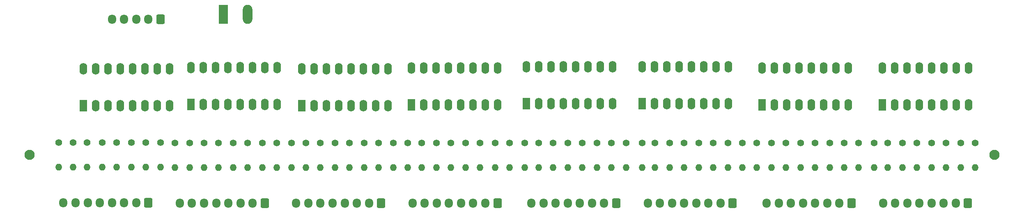
<source format=gbr>
%TF.GenerationSoftware,KiCad,Pcbnew,7.0.9*%
%TF.CreationDate,2023-12-27T00:16:36+05:30*%
%TF.ProjectId,Led_Cube_BaseControlerV2,4c65645f-4375-4626-955f-42617365436f,rev?*%
%TF.SameCoordinates,Original*%
%TF.FileFunction,Soldermask,Top*%
%TF.FilePolarity,Negative*%
%FSLAX46Y46*%
G04 Gerber Fmt 4.6, Leading zero omitted, Abs format (unit mm)*
G04 Created by KiCad (PCBNEW 7.0.9) date 2023-12-27 00:16:36*
%MOMM*%
%LPD*%
G01*
G04 APERTURE LIST*
G04 Aperture macros list*
%AMRoundRect*
0 Rectangle with rounded corners*
0 $1 Rounding radius*
0 $2 $3 $4 $5 $6 $7 $8 $9 X,Y pos of 4 corners*
0 Add a 4 corners polygon primitive as box body*
4,1,4,$2,$3,$4,$5,$6,$7,$8,$9,$2,$3,0*
0 Add four circle primitives for the rounded corners*
1,1,$1+$1,$2,$3*
1,1,$1+$1,$4,$5*
1,1,$1+$1,$6,$7*
1,1,$1+$1,$8,$9*
0 Add four rect primitives between the rounded corners*
20,1,$1+$1,$2,$3,$4,$5,0*
20,1,$1+$1,$4,$5,$6,$7,0*
20,1,$1+$1,$6,$7,$8,$9,0*
20,1,$1+$1,$8,$9,$2,$3,0*%
G04 Aperture macros list end*
%ADD10RoundRect,0.250000X0.600000X0.725000X-0.600000X0.725000X-0.600000X-0.725000X0.600000X-0.725000X0*%
%ADD11O,1.700000X1.950000*%
%ADD12C,1.400000*%
%ADD13O,1.400000X1.400000*%
%ADD14R,1.600000X2.400000*%
%ADD15O,1.600000X2.400000*%
%ADD16R,1.980000X3.960000*%
%ADD17O,1.980000X3.960000*%
%ADD18C,2.100000*%
G04 APERTURE END LIST*
D10*
%TO.C,Contoller*%
X63000000Y-46000000D03*
D11*
X60500000Y-46000000D03*
X58000000Y-46000000D03*
X55500000Y-46000000D03*
X53000000Y-46000000D03*
%TD*%
D12*
%TO.C,R41*%
X162300000Y-71510000D03*
D13*
X162300000Y-76590000D03*
%TD*%
D12*
%TO.C,R2*%
X45000000Y-71420000D03*
D13*
X45000000Y-76500000D03*
%TD*%
D14*
%TO.C,U2*%
X69300000Y-63620000D03*
D15*
X71840000Y-63620000D03*
X74380000Y-63620000D03*
X76920000Y-63620000D03*
X79460000Y-63620000D03*
X82000000Y-63620000D03*
X84540000Y-63620000D03*
X87080000Y-63620000D03*
X87080000Y-56000000D03*
X84540000Y-56000000D03*
X82000000Y-56000000D03*
X79460000Y-56000000D03*
X76920000Y-56000000D03*
X74380000Y-56000000D03*
X71840000Y-56000000D03*
X69300000Y-56000000D03*
%TD*%
D12*
%TO.C,R17*%
X90000000Y-71510000D03*
D13*
X90000000Y-76590000D03*
%TD*%
D12*
%TO.C,R14*%
X81000000Y-71510000D03*
D13*
X81000000Y-76590000D03*
%TD*%
D12*
%TO.C,R22*%
X105000000Y-71510000D03*
D13*
X105000000Y-76590000D03*
%TD*%
D10*
%TO.C,Row_1*%
X60500000Y-83910000D03*
D11*
X58000000Y-83910000D03*
X55500000Y-83910000D03*
X53000000Y-83910000D03*
X50500000Y-83910000D03*
X48000000Y-83910000D03*
X45500000Y-83910000D03*
X43000000Y-83910000D03*
%TD*%
D12*
%TO.C,R45*%
X174000000Y-71510000D03*
D13*
X174000000Y-76590000D03*
%TD*%
D12*
%TO.C,R26*%
X116900000Y-71510000D03*
D13*
X116900000Y-76590000D03*
%TD*%
D12*
%TO.C,R54*%
X201000000Y-71510000D03*
D13*
X201000000Y-76590000D03*
%TD*%
D12*
%TO.C,R7*%
X60000000Y-71420000D03*
D13*
X60000000Y-76500000D03*
%TD*%
D12*
%TO.C,R51*%
X192000000Y-71510000D03*
D13*
X192000000Y-76590000D03*
%TD*%
D12*
%TO.C,R63*%
X228000000Y-71510000D03*
D13*
X228000000Y-76590000D03*
%TD*%
D14*
%TO.C,U8*%
X211860000Y-63670000D03*
D15*
X214400000Y-63670000D03*
X216940000Y-63670000D03*
X219480000Y-63670000D03*
X222020000Y-63670000D03*
X224560000Y-63670000D03*
X227100000Y-63670000D03*
X229640000Y-63670000D03*
X229640000Y-56050000D03*
X227100000Y-56050000D03*
X224560000Y-56050000D03*
X222020000Y-56050000D03*
X219480000Y-56050000D03*
X216940000Y-56050000D03*
X214400000Y-56050000D03*
X211860000Y-56050000D03*
%TD*%
D14*
%TO.C,U4*%
X114730000Y-63670000D03*
D15*
X117270000Y-63670000D03*
X119810000Y-63670000D03*
X122350000Y-63670000D03*
X124890000Y-63670000D03*
X127430000Y-63670000D03*
X129970000Y-63670000D03*
X132510000Y-63670000D03*
X132510000Y-56050000D03*
X129970000Y-56050000D03*
X127430000Y-56050000D03*
X124890000Y-56050000D03*
X122350000Y-56050000D03*
X119810000Y-56050000D03*
X117270000Y-56050000D03*
X114730000Y-56050000D03*
%TD*%
D12*
%TO.C,R52*%
X195000000Y-71510000D03*
D13*
X195000000Y-76590000D03*
%TD*%
D14*
%TO.C,U3*%
X92125000Y-63825000D03*
D15*
X94665000Y-63825000D03*
X97205000Y-63825000D03*
X99745000Y-63825000D03*
X102285000Y-63825000D03*
X104825000Y-63825000D03*
X107365000Y-63825000D03*
X109905000Y-63825000D03*
X109905000Y-56205000D03*
X107365000Y-56205000D03*
X104825000Y-56205000D03*
X102285000Y-56205000D03*
X99745000Y-56205000D03*
X97205000Y-56205000D03*
X94665000Y-56205000D03*
X92125000Y-56205000D03*
%TD*%
D12*
%TO.C,R16*%
X87000000Y-71510000D03*
D13*
X87000000Y-76590000D03*
%TD*%
D10*
%TO.C,Row_8*%
X229500000Y-84000000D03*
D11*
X227000000Y-84000000D03*
X224500000Y-84000000D03*
X222000000Y-84000000D03*
X219500000Y-84000000D03*
X217000000Y-84000000D03*
X214500000Y-84000000D03*
X212000000Y-84000000D03*
%TD*%
D12*
%TO.C,R27*%
X119900000Y-71550000D03*
D13*
X119900000Y-76630000D03*
%TD*%
D12*
%TO.C,R8*%
X63000000Y-71420000D03*
D13*
X63000000Y-76500000D03*
%TD*%
D10*
%TO.C,Row_2*%
X84500000Y-84000000D03*
D11*
X82000000Y-84000000D03*
X79500000Y-84000000D03*
X77000000Y-84000000D03*
X74500000Y-84000000D03*
X72000000Y-84000000D03*
X69500000Y-84000000D03*
X67000000Y-84000000D03*
%TD*%
D12*
%TO.C,R42*%
X165000000Y-71510000D03*
D13*
X165000000Y-76590000D03*
%TD*%
D12*
%TO.C,R47*%
X180000000Y-71510000D03*
D13*
X180000000Y-76590000D03*
%TD*%
D12*
%TO.C,R38*%
X153000000Y-71510000D03*
D13*
X153000000Y-76590000D03*
%TD*%
D12*
%TO.C,R5*%
X54000000Y-71420000D03*
D13*
X54000000Y-76500000D03*
%TD*%
D12*
%TO.C,R53*%
X198000000Y-71510000D03*
D13*
X198000000Y-76590000D03*
%TD*%
D14*
%TO.C,U5*%
X138450000Y-63420000D03*
D15*
X140990000Y-63420000D03*
X143530000Y-63420000D03*
X146070000Y-63420000D03*
X148610000Y-63420000D03*
X151150000Y-63420000D03*
X153690000Y-63420000D03*
X156230000Y-63420000D03*
X156230000Y-55800000D03*
X153690000Y-55800000D03*
X151150000Y-55800000D03*
X148610000Y-55800000D03*
X146070000Y-55800000D03*
X143530000Y-55800000D03*
X140990000Y-55800000D03*
X138450000Y-55800000D03*
%TD*%
D12*
%TO.C,R37*%
X150000000Y-71510000D03*
D13*
X150000000Y-76590000D03*
%TD*%
D12*
%TO.C,R62*%
X225000000Y-71510000D03*
D13*
X225000000Y-76590000D03*
%TD*%
D12*
%TO.C,R64*%
X231000000Y-71510000D03*
D13*
X231000000Y-76590000D03*
%TD*%
D12*
%TO.C,R1*%
X42000000Y-71420000D03*
D13*
X42000000Y-76500000D03*
%TD*%
D12*
%TO.C,R55*%
X204000000Y-71510000D03*
D13*
X204000000Y-76590000D03*
%TD*%
D12*
%TO.C,R46*%
X177000000Y-71510000D03*
D13*
X177000000Y-76590000D03*
%TD*%
D16*
%TO.C,power*%
X76000000Y-45000000D03*
D17*
X81000000Y-45000000D03*
%TD*%
D12*
%TO.C,R35*%
X144000000Y-71510000D03*
D13*
X144000000Y-76590000D03*
%TD*%
D12*
%TO.C,R61*%
X222000000Y-71510000D03*
D13*
X222000000Y-76590000D03*
%TD*%
D12*
%TO.C,R48*%
X183000000Y-71510000D03*
D13*
X183000000Y-76590000D03*
%TD*%
D12*
%TO.C,R20*%
X99000000Y-71510000D03*
D13*
X99000000Y-76590000D03*
%TD*%
D12*
%TO.C,R19*%
X96000000Y-71510000D03*
D13*
X96000000Y-76590000D03*
%TD*%
D12*
%TO.C,R18*%
X93000000Y-71510000D03*
D13*
X93000000Y-76590000D03*
%TD*%
D12*
%TO.C,R49*%
X186000000Y-71510000D03*
D13*
X186000000Y-76590000D03*
%TD*%
D12*
%TO.C,R29*%
X125900000Y-71550000D03*
D13*
X125900000Y-76630000D03*
%TD*%
D12*
%TO.C,R44*%
X171000000Y-71510000D03*
D13*
X171000000Y-76590000D03*
%TD*%
D10*
%TO.C,Row_7*%
X205500000Y-84000000D03*
D11*
X203000000Y-84000000D03*
X200500000Y-84000000D03*
X198000000Y-84000000D03*
X195500000Y-84000000D03*
X193000000Y-84000000D03*
X190500000Y-84000000D03*
X188000000Y-84000000D03*
%TD*%
D12*
%TO.C,R6*%
X57000000Y-71420000D03*
D13*
X57000000Y-76500000D03*
%TD*%
D12*
%TO.C,R28*%
X122900000Y-71550000D03*
D13*
X122900000Y-76630000D03*
%TD*%
D12*
%TO.C,R10*%
X69000000Y-71510000D03*
D13*
X69000000Y-76590000D03*
%TD*%
D12*
%TO.C,R60*%
X219000000Y-71510000D03*
D13*
X219000000Y-76590000D03*
%TD*%
D12*
%TO.C,R50*%
X189000000Y-71510000D03*
D13*
X189000000Y-76590000D03*
%TD*%
D12*
%TO.C,R58*%
X213000000Y-71510000D03*
D13*
X213000000Y-76590000D03*
%TD*%
D12*
%TO.C,R13*%
X78000000Y-71510000D03*
D13*
X78000000Y-76590000D03*
%TD*%
D12*
%TO.C,R23*%
X108000000Y-71510000D03*
D13*
X108000000Y-76590000D03*
%TD*%
D12*
%TO.C,R40*%
X159000000Y-71510000D03*
D13*
X159000000Y-76590000D03*
%TD*%
D12*
%TO.C,R32*%
X135000000Y-71510000D03*
D13*
X135000000Y-76590000D03*
%TD*%
D12*
%TO.C,R31*%
X132000000Y-71510000D03*
D13*
X132000000Y-76590000D03*
%TD*%
D12*
%TO.C,R3*%
X47850000Y-71420000D03*
D13*
X47850000Y-76500000D03*
%TD*%
D18*
%TO.C,REF\u002A\u002A*%
X235000000Y-74000000D03*
%TD*%
D14*
%TO.C,U1*%
X47125000Y-63825000D03*
D15*
X49665000Y-63825000D03*
X52205000Y-63825000D03*
X54745000Y-63825000D03*
X57285000Y-63825000D03*
X59825000Y-63825000D03*
X62365000Y-63825000D03*
X64905000Y-63825000D03*
X64905000Y-56205000D03*
X62365000Y-56205000D03*
X59825000Y-56205000D03*
X57285000Y-56205000D03*
X54745000Y-56205000D03*
X52205000Y-56205000D03*
X49665000Y-56205000D03*
X47125000Y-56205000D03*
%TD*%
D12*
%TO.C,R9*%
X66000000Y-71510000D03*
D13*
X66000000Y-76590000D03*
%TD*%
D12*
%TO.C,R43*%
X168000000Y-71510000D03*
D13*
X168000000Y-76590000D03*
%TD*%
D12*
%TO.C,R33*%
X138100000Y-71510000D03*
D13*
X138100000Y-76590000D03*
%TD*%
D10*
%TO.C,Row_4*%
X132500000Y-84000000D03*
D11*
X130000000Y-84000000D03*
X127500000Y-84000000D03*
X125000000Y-84000000D03*
X122500000Y-84000000D03*
X120000000Y-84000000D03*
X117500000Y-84000000D03*
X115000000Y-84000000D03*
%TD*%
D12*
%TO.C,R25*%
X114000000Y-71510000D03*
D13*
X114000000Y-76590000D03*
%TD*%
D12*
%TO.C,R30*%
X128900000Y-71510000D03*
D13*
X128900000Y-76590000D03*
%TD*%
D12*
%TO.C,R21*%
X102000000Y-71510000D03*
D13*
X102000000Y-76590000D03*
%TD*%
D12*
%TO.C,R39*%
X156000000Y-71510000D03*
D13*
X156000000Y-76590000D03*
%TD*%
D12*
%TO.C,R4*%
X51000000Y-71420000D03*
D13*
X51000000Y-76500000D03*
%TD*%
D14*
%TO.C,U6*%
X162360000Y-63420000D03*
D15*
X164900000Y-63420000D03*
X167440000Y-63420000D03*
X169980000Y-63420000D03*
X172520000Y-63420000D03*
X175060000Y-63420000D03*
X177600000Y-63420000D03*
X180140000Y-63420000D03*
X180140000Y-55800000D03*
X177600000Y-55800000D03*
X175060000Y-55800000D03*
X172520000Y-55800000D03*
X169980000Y-55800000D03*
X167440000Y-55800000D03*
X164900000Y-55800000D03*
X162360000Y-55800000D03*
%TD*%
D10*
%TO.C,Row_5*%
X157000000Y-84000000D03*
D11*
X154500000Y-84000000D03*
X152000000Y-84000000D03*
X149500000Y-84000000D03*
X147000000Y-84000000D03*
X144500000Y-84000000D03*
X142000000Y-84000000D03*
X139500000Y-84000000D03*
%TD*%
D12*
%TO.C,R11*%
X72000000Y-71510000D03*
D13*
X72000000Y-76590000D03*
%TD*%
D12*
%TO.C,R24*%
X111000000Y-71510000D03*
D13*
X111000000Y-76590000D03*
%TD*%
D12*
%TO.C,R36*%
X147000000Y-71510000D03*
D13*
X147000000Y-76590000D03*
%TD*%
D12*
%TO.C,R57*%
X210200000Y-71510000D03*
D13*
X210200000Y-76590000D03*
%TD*%
D10*
%TO.C,Row_3*%
X108500000Y-84000000D03*
D11*
X106000000Y-84000000D03*
X103500000Y-84000000D03*
X101000000Y-84000000D03*
X98500000Y-84000000D03*
X96000000Y-84000000D03*
X93500000Y-84000000D03*
X91000000Y-84000000D03*
%TD*%
D12*
%TO.C,R34*%
X141000000Y-71510000D03*
D13*
X141000000Y-76590000D03*
%TD*%
D12*
%TO.C,R15*%
X84000000Y-71510000D03*
D13*
X84000000Y-76590000D03*
%TD*%
D10*
%TO.C,Row_6*%
X181000000Y-84000000D03*
D11*
X178500000Y-84000000D03*
X176000000Y-84000000D03*
X173500000Y-84000000D03*
X171000000Y-84000000D03*
X168500000Y-84000000D03*
X166000000Y-84000000D03*
X163500000Y-84000000D03*
%TD*%
D18*
%TO.C,REF\u002A\u002A*%
X36000000Y-74000000D03*
%TD*%
D12*
%TO.C,R56*%
X207000000Y-71510000D03*
D13*
X207000000Y-76590000D03*
%TD*%
D12*
%TO.C,R59*%
X216000000Y-71510000D03*
D13*
X216000000Y-76590000D03*
%TD*%
D12*
%TO.C,R12*%
X75000000Y-71510000D03*
D13*
X75000000Y-76590000D03*
%TD*%
D14*
%TO.C,U7*%
X187100000Y-63670000D03*
D15*
X189640000Y-63670000D03*
X192180000Y-63670000D03*
X194720000Y-63670000D03*
X197260000Y-63670000D03*
X199800000Y-63670000D03*
X202340000Y-63670000D03*
X204880000Y-63670000D03*
X204880000Y-56050000D03*
X202340000Y-56050000D03*
X199800000Y-56050000D03*
X197260000Y-56050000D03*
X194720000Y-56050000D03*
X192180000Y-56050000D03*
X189640000Y-56050000D03*
X187100000Y-56050000D03*
%TD*%
M02*

</source>
